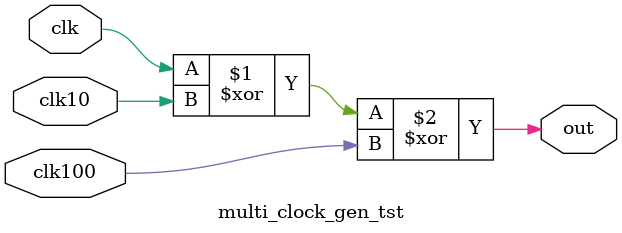
<source format=v>
module multi_clock_gen_tst(
    input clk,
    input clk10,
    input clk100,
    output out
);

assign out=clk^clk10^clk100;

endmodule
</source>
